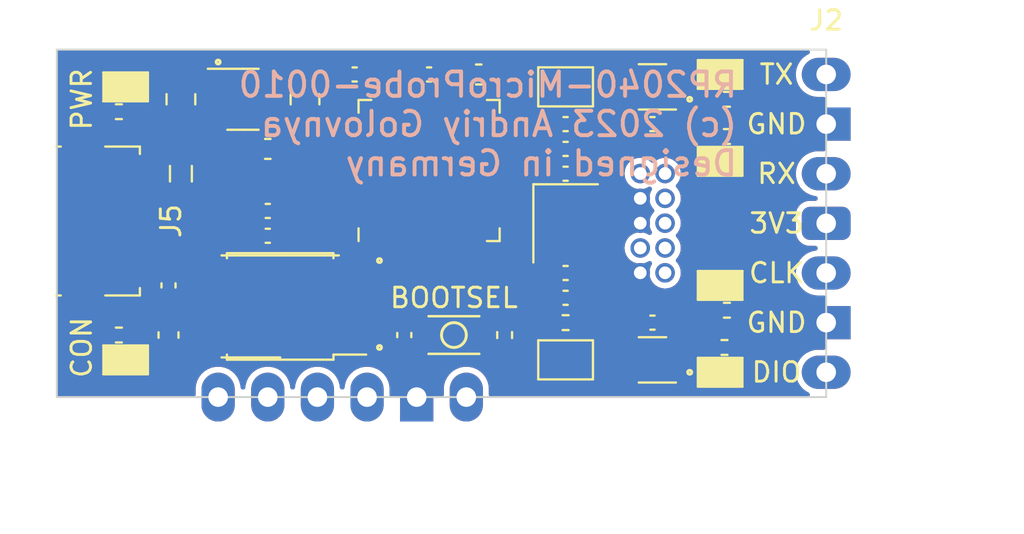
<source format=kicad_pcb>
(kicad_pcb (version 20221018) (generator pcbnew)
  (title_block (title "RP2040-MicroProbe-0010") (date "2023-12-18") (rev "1.0") (company "(c) 2023 Andriy Golovnya") (comment 1 "RP2040 based Micro Debug Probe") (comment 2 "Designed in Germany"))
  (layers (0 "F.Cu" signal) (1 "In1.Cu" power) (2 "In2.Cu" mixed) (31 "B.Cu" signal) (34 "B.Paste" user) (35 "F.Paste" user) (36 "B.SilkS" user "B.Silkscreen") (37 "F.SilkS" user "F.Silkscreen") (38 "B.Mask" user) (39 "F.Mask" user) (44 "Edge.Cuts" user))
  (net 0 "")
  (net 1 "+3V3")
  (net 2 "GND")
  (net 3 "+1V1")
  (net 4 "VUSB")
  (net 5 "XIN")
  (net 6 "XOUT")
  (net 7 "Net-(D1-A)")
  (net 8 "Net-(D2-A)")
  (net 9 "USB_DP")
  (net 10 "USB_DN")
  (net 11 "VBUS")
  (net 12 "Net-(D4-A)")
  (net 13 "Net-(D5-A)")
  (net 14 "Net-(D6-A)")
  (net 15 "Net-(D7-A)")
  (net 16 "TARGET_TX")
  (net 17 "TARGET_RX")
  (net 18 "TARGET_3V3")
  (net 22 "TARGET_RESET")
  (net 23 "LED_RX")
  (net 24 "LED_TX")
  (net 25 "LED_ACT")
  (net 26 "LED_CON")
  (net 27 "LED_RUN")
  (net 28 "Net-(R7-Pad1)")
  (net 29 "DBG_DIO")
  (net 30 "DBG_CLK")
  (net 31 "QSPI_SS")
  (net 32 "QSPI_SD1")
  (net 33 "QSPI_SD2")
  (net 34 "QSPI_SD0")
  (net 35 "QSPI_SCLK")
  (net 36 "QSPI_SD3")
  (net 38 "UART_RX_BUF")
  (net 41 "DBG_DIO_BUF")
  (net 55 "DBG_RESET")
  (net 56 "HOST_DIO")
  (net 57 "HOST_CLK")
  (net 58 "HOST_RESET")
  (net 59 "HOST_TX")
  (net 60 "HOST_RX")
  (footprint "LED_SMD:LED_0603_1608Metric" (layer "F.Cu") (at 161.29 115.57)
    (fp_text reference "D7" hide)
    (fp_text value "YELLOW")
    (fp_line (start -1.485 -0.735) (end -1.485 0.735) (stroke (width 0.12)) (layer "F.SilkS"))
    (fp_line (start -1.485 0.735) (end 0.8 0.735) (stroke (width 0.12)) (layer "F.SilkS"))
    (fp_line (start 0.8 -0.735) (end -1.485 -0.735) (stroke (width 0.12)) (layer "F.SilkS"))
    (fp_rect (start -1.485 -0.735) (end 0.8 0.735) (stroke (width 0.1)) (fill solid) (layer "F.SilkS"))
    (pad "1" smd roundrect (at -0.7875 0) (size 0.875 0.95) (layers "F.Cu" "F.Paste" "F.Mask") (net 2 "GND"))
    (pad "2" smd roundrect (at 0.7875 0) (size 0.875 0.95) (layers "F.Cu" "F.Paste" "F.Mask") (net 15 "Net-(D7-A)"))
  )
  (footprint "Capacitor_SMD:C_0402_1005Metric" (layer "F.Cu") (at 146.05 100.33 180)
    (fp_text reference "C4" hide)
    (fp_text value "100nF")
    (fp_line (start -0.107836 -0.36) (end 0.107836 -0.36) (stroke (width 0.12)) (layer "F.SilkS"))
    (fp_line (start -0.107836 0.36) (end 0.107836 0.36) (stroke (width 0.12)) (layer "F.SilkS"))
    (pad "1" smd roundrect (at -0.48 0 180) (size 0.56 0.62) (layers "F.Cu" "F.Paste" "F.Mask") (net 1 "+3V3"))
    (pad "2" smd roundrect (at 0.48 0 180) (size 0.56 0.62) (layers "F.Cu" "F.Paste" "F.Mask") (net 2 "GND"))
  )
  (footprint "Capacitor_SMD:C_0603_1608Metric" (layer "F.Cu") (at 137.795 104.14 180)
    (fp_text reference "C5" hide)
    (fp_text value "2.2uF")
    (fp_line (start -0.14058 -0.51) (end 0.14058 -0.51) (stroke (width 0.12)) (layer "F.SilkS"))
    (fp_line (start -0.14058 0.51) (end 0.14058 0.51) (stroke (width 0.12)) (layer "F.SilkS"))
    (pad "1" smd roundrect (at -0.775 0 180) (size 0.9 0.95) (layers "F.Cu" "F.Paste" "F.Mask") (net 3 "+1V1"))
    (pad "2" smd roundrect (at 0.775 0 180) (size 0.9 0.95) (layers "F.Cu" "F.Paste" "F.Mask") (net 2 "GND"))
  )
  (footprint "Capacitor_SMD:C_0402_1005Metric" (layer "F.Cu") (at 153.035 104.14)
    (fp_text reference "C11" hide)
    (fp_text value "100nF")
    (fp_line (start -0.107836 -0.36) (end 0.107836 -0.36) (stroke (width 0.12)) (layer "F.SilkS"))
    (fp_line (start -0.107836 0.36) (end 0.107836 0.36) (stroke (width 0.12)) (layer "F.SilkS"))
    (pad "1" smd roundrect (at -0.48 0) (size 0.56 0.62) (layers "F.Cu" "F.Paste" "F.Mask") (net 1 "+3V3"))
    (pad "2" smd roundrect (at 0.48 0) (size 0.56 0.62) (layers "F.Cu" "F.Paste" "F.Mask") (net 2 "GND"))
  )
  (footprint "Inductor_SMD:L_0805_2012Metric" (layer "F.Cu") (at 133.35 105.41 90)
    (fp_text reference "FB2" hide)
    (fp_text value "100@100MHz")
    (fp_line (start -0.399622 -0.56) (end 0.399622 -0.56) (stroke (width 0.12)) (layer "F.SilkS"))
    (fp_line (start -0.399622 0.56) (end 0.399622 0.56) (stroke (width 0.12)) (layer "F.SilkS"))
    (pad "1" smd roundrect (at -1.0625 0 90) (size 0.875 1.2) (layers "F.Cu" "F.Paste" "F.Mask") (net 11 "VBUS"))
    (pad "2" smd roundrect (at 1.0625 0 90) (size 0.875 1.2) (layers "F.Cu" "F.Paste" "F.Mask") (net 4 "VUSB"))
  )
  (footprint "Package_TO_SOT_SMD:SOT-353_SC-70-5" (layer "F.Cu") (at 157.48 100.965 180)
    (fp_text reference "U3" hide)
    (fp_text value "74AUP1T17")
    (fp_line (start -0.7 1.16) (end 0.7 1.16) (stroke (width 0.12)) (layer "F.SilkS"))
    (fp_line (start 0.7 -1.16) (end -1.2 -1.16) (stroke (width 0.12)) (layer "F.SilkS"))
    (pad "1" smd rect (at -0.95 -0.65 180) (size 0.65 0.4) (layers "F.Cu" "F.Paste" "F.Mask"))
    (pad "2" smd rect (at -0.95 0 180) (size 0.65 0.4) (layers "F.Cu" "F.Paste" "F.Mask") (net 17 "TARGET_RX"))
    (pad "3" smd rect (at -0.95 0.65 180) (size 0.65 0.4) (layers "F.Cu" "F.Paste" "F.Mask") (net 2 "GND"))
    (pad "4" smd rect (at 0.95 0.65 180) (size 0.65 0.4) (layers "F.Cu" "F.Paste" "F.Mask") (net 38 "UART_RX_BUF"))
    (pad "5" smd rect (at 0.95 -0.65 180) (size 0.65 0.4) (layers "F.Cu" "F.Paste" "F.Mask") (net 1 "+3V3"))
  )
  (footprint "Capacitor_SMD:C_0402_1005Metric" (layer "F.Cu") (at 137.795 108.585 180)
    (fp_text reference "C9" hide)
    (fp_text value "100nF")
    (fp_line (start -0.107836 -0.36) (end 0.107836 -0.36) (stroke (width 0.12)) (layer "F.SilkS"))
    (fp_line (start -0.107836 0.36) (end 0.107836 0.36) (stroke (width 0.12)) (layer "F.SilkS"))
    (pad "1" smd roundrect (at -0.48 0 180) (size 0.56 0.62) (layers "F.Cu" "F.Paste" "F.Mask") (net 3 "+1V1"))
    (pad "2" smd roundrect (at 0.48 0 180) (size 0.56 0.62) (layers "F.Cu" "F.Paste" "F.Mask") (net 2 "GND"))
  )
  (footprint "Package_TO_SOT_SMD:SOT-353_SC-70-5" (layer "F.Cu") (at 157.48 114.935 180)
    (fp_text reference "U6" hide)
    (fp_text value "74AUP1T17")
    (fp_line (start -0.7 1.16) (end 0.7 1.16) (stroke (width 0.12)) (layer "F.SilkS"))
    (fp_line (start 0.7 -1.16) (end -1.2 -1.16) (stroke (width 0.12)) (layer "F.SilkS"))
    (pad "1" smd rect (at -0.95 -0.65 180) (size 0.65 0.4) (layers "F.Cu" "F.Paste" "F.Mask"))
    (pad "2" smd rect (at -0.95 0 180) (size 0.65 0.4) (layers "F.Cu" "F.Paste" "F.Mask") (net 29 "DBG_DIO"))
    (pad "3" smd rect (at -0.95 0.65 180) (size 0.65 0.4) (layers "F.Cu" "F.Paste" "F.Mask") (net 2 "GND"))
    (pad "4" smd rect (at 0.95 0.65 180) (size 0.65 0.4) (layers "F.Cu" "F.Paste" "F.Mask") (net 41 "DBG_DIO_BUF"))
    (pad "5" smd rect (at 0.95 -0.65 180) (size 0.65 0.4) (layers "F.Cu" "F.Paste" "F.Mask") (net 1 "+3V3"))
  )
  (footprint "LED_SMD:LED_0603_1608Metric" (layer "F.Cu") (at 130.175 100.965 180)
    (fp_text reference "D2" hide)
    (fp_text value "RED")
    (fp_line (start -1.485 -0.735) (end -1.485 0.735) (stroke (width 0.12)) (layer "F.SilkS"))
    (fp_line (start -1.485 0.735) (end 0.8 0.735) (stroke (width 0.12)) (layer "F.SilkS"))
    (fp_line (start 0.8 -0.735) (end -1.485 -0.735) (stroke (width 0.12)) (layer "F.SilkS"))
    (fp_rect (start -1.485 -0.735) (end 0.8 0.735) (stroke (width 0.1)) (fill solid) (layer "F.SilkS"))
    (pad "1" smd roundrect (at -0.7875 0 180) (size 0.875 0.95) (layers "F.Cu" "F.Paste" "F.Mask") (net 2 "GND"))
    (pad "2" smd roundrect (at 0.7875 0 180) (size 0.875 0.95) (layers "F.Cu" "F.Paste" "F.Mask") (net 8 "Net-(D2-A)"))
  )
  (footprint "Capacitor_SMD:C_0402_1005Metric" (layer "F.Cu") (at 157.48 102.87)
    (fp_text reference "C17" hide)
    (fp_text value "100nF")
    (fp_line (start -0.107836 -0.36) (end 0.107836 -0.36) (stroke (width 0.12)) (layer "F.SilkS"))
    (fp_line (start -0.107836 0.36) (end 0.107836 0.36) (stroke (width 0.12)) (layer "F.SilkS"))
    (pad "1" smd roundrect (at -0.48 0) (size 0.56 0.62) (layers "F.Cu" "F.Paste" "F.Mask") (net 1 "+3V3"))
    (pad "2" smd roundrect (at 0.48 0) (size 0.56 0.62) (layers "F.Cu" "F.Paste" "F.Mask") (net 2 "GND"))
  )
  (footprint "Connector_PinHeader_2.54mm:PinHeader_1x06_P2.54mm_Vertical" (layer "F.Cu") (at 147.955 116.84 -90)
    (fp_text reference "J1" hide)
    (fp_text value "CONN_MCU_DEBUG")
    (pad "1" thru_hole oval (at 0 0 270) (size 2.5 1.7) (drill 1) (layers "*.Cu" "*.Mask") (net 59 "HOST_TX"))
    (pad "2" thru_hole trapezoid (at 0 2.54 270) (size 2.5 1.7) (drill 1) (layers "*.Cu" "*.Mask") (net 2 "GND"))
    (pad "3" thru_hole oval (at 0 5.08 270) (size 2.5 1.7) (drill 1) (layers "*.Cu" "*.Mask") (net 60 "HOST_RX"))
    (pad "4" thru_hole oval (at 0 7.62 270) (size 2.5 1.7) (drill 1) (layers "*.Cu" "*.Mask") (net 58 "HOST_RESET"))
    (pad "5" thru_hole oval (at 0 10.16 270) (size 2.5 1.7) (drill 1) (layers "*.Cu" "*.Mask") (net 57 "HOST_CLK"))
    (pad "6" thru_hole oval (at 0 12.7 270) (size 2.5 1.7) (drill 1) (layers "*.Cu" "*.Mask") (net 56 "HOST_DIO"))
  )
  (footprint "Capacitor_SMD:C_0603_1608Metric" (layer "F.Cu") (at 148.59 100.33)
    (fp_text reference "C1" hide)
    (fp_text value "2.2uF")
    (fp_line (start -0.14058 -0.51) (end 0.14058 -0.51) (stroke (width 0.12)) (layer "F.SilkS"))
    (fp_line (start -0.14058 0.51) (end 0.14058 0.51) (stroke (width 0.12)) (layer "F.SilkS"))
    (pad "1" smd roundrect (at -0.775 0) (size 0.9 0.95) (layers "F.Cu" "F.Paste" "F.Mask") (net 1 "+3V3"))
    (pad "2" smd roundrect (at 0.775 0) (size 0.9 0.95) (layers "F.Cu" "F.Paste" "F.Mask") (net 2 "GND"))
  )
  (footprint "Connector_USB:USB_Micro-B_Molex_47346-0001" (layer "F.Cu") (at 129.54 107.83 -90)
    (fp_text reference "J5" (at 0 -3.3 90) (layer "F.SilkS"))
    (fp_text value "USB_B_Micro")
    (fp_line (start -3.81 -1.71) (end -3.43 -1.71) (stroke (width 0.12)) (layer "F.SilkS"))
    (fp_line (start -3.81 0.06) (end -3.81 -1.71) (stroke (width 0.12)) (layer "F.SilkS"))
    (fp_line (start -3.81 2.6) (end -3.81 2.34) (stroke (width 0.12)) (layer "F.SilkS"))
    (fp_line (start 3.81 -1.71) (end 3.43 -1.71) (stroke (width 0.12)) (layer "F.SilkS"))
    (fp_line (start 3.81 -1.71) (end 3.81 0.06) (stroke (width 0.12)) (layer "F.SilkS"))
    (fp_line (start 3.81 2.34) (end 3.81 2.6) (stroke (width 0.12)) (layer "F.SilkS"))
    (pad "1" smd rect (at -1.3 -1.46 270) (size 0.45 1.38) (layers "F.Cu" "F.Paste" "F.Mask") (net 11 "VBUS"))
    (pad "2" smd rect (at -0.65 -1.46 270) (size 0.45 1.38) (layers "F.Cu" "F.Paste" "F.Mask") (net 10 "USB_DN"))
    (pad "3" smd rect (at 0 -1.46 270) (size 0.45 1.38) (layers "F.Cu" "F.Paste" "F.Mask") (net 9 "USB_DP"))
    (pad "4" smd rect (at 0.65 -1.46 270) (size 0.45 1.38) (layers "F.Cu" "F.Paste" "F.Mask"))
    (pad "5" smd rect (at 1.3 -1.46 270) (size 0.45 1.38) (layers "F.Cu" "F.Paste" "F.Mask") (net 2 "GND"))
    (pad "6" smd rect (at -3.375 1.2 270) (size 1.65 1.3) (layers "F.Cu" "F.Paste" "F.Mask"))
    (pad "6" smd rect (at -2.4875 -1.375 270) (size 1.425 1.55) (layers "F.Cu" "F.Paste" "F.Mask"))
    (pad "6" smd rect (at -1.15 1.2 270) (size 1.8 1.9) (layers "F.Cu" "F.Paste" "F.Mask"))
    (pad "6" smd rect (at 1.55 1.2 270) (size 1 1.9) (layers "F.Cu" "F.Paste" "F.Mask"))
    (pad "6" smd rect (at 2.4875 -1.375 270) (size 1.425 1.55) (layers "F.Cu" "F.Paste" "F.Mask"))
    (pad "6" smd rect (at 3.375 1.2 270) (size 1.65 1.3) (layers "F.Cu" "F.Paste" "F.Mask"))
  )
  (footprint "Capacitor_SMD:C_0402_1005Metric" (layer "F.Cu") (at 153.035 105.41)
    (fp_text reference "C20" hide)
    (fp_text value "12pF")
    (fp_line (start -0.107836 -0.36) (end 0.107836 -0.36) (stroke (width 0.12)) (layer "F.SilkS"))
    (fp_line (start -0.107836 0.36) (end 0.107836 0.36) (stroke (width 0.12)) (layer "F.SilkS"))
    (pad "1" smd roundrect (at -0.48 0) (size 0.56 0.62) (layers "F.Cu" "F.Paste" "F.Mask") (net 6 "XOUT"))
    (pad "2" smd roundrect (at 0.48 0) (size 0.56 0.62) (layers "F.Cu" "F.Paste" "F.Mask") (net 2 "GND"))
  )
  (footprint "Jumper:SolderJumper-2_P1.3mm_Open_TrianglePad1.0x1.5mm" (layer "F.Cu") (at 153.035 100.965 180)
    (fp_text reference "JP1" hide)
    (fp_text value "SJ_JTAG_3V3")
    (fp_line (start -1.4 -1) (end 1.4 -1) (stroke (width 0.12)) (layer "F.SilkS"))
    (fp_line (start -1.4 1) (end -1.4 -1) (stroke (width 0.12)) (layer "F.SilkS"))
    (fp_line (start 1.4 -1) (end 1.4 1) (stroke (width 0.12)) (layer "F.SilkS"))
    (fp_line (start 1.4 1) (end -1.4 1) (stroke (width 0.12)) (layer "F.SilkS"))
    (pad "1" smd custom (at -0.725 0 180) (size 0.3 0.3) (layers "F.Cu" "F.Mask") (net 18 "TARGET_3V3") (options (clearance outline) (anchor rect)) (primitives (gr_poly (pts (xy 1 0) (xy 0.5 0.75) (xy -0.5 0.75) (xy -0.5 -0.75) (xy 0.5 -0.75)) (width 0) (fill yes))))
    (pad "2" smd custom (at 0.725 0 180) (size 0.3 0.3) (layers "F.Cu" "F.Mask") (net 1 "+3V3") (options (clearance outline) (anchor rect)) (primitives (gr_poly (pts (xy 0.5 0.75) (xy -0.65 0.75) (xy -0.15 0) (xy -0.65 -0.75) (xy 0.5 -0.75)) (width 0) (fill yes))))
  )
  (footprint "Package_DFN_QFN:QFN-56-1EP_7x7mm_P0.4mm_EP3.2x3.2mm" (layer "F.Cu") (at 146.05 105.245 90)
    (fp_text reference "U2" hide)
    (fp_text value "RP2040")
    (fp_line (start -3.61 3.61) (end -3.61 2.96) (stroke (width 0.12)) (layer "F.SilkS"))
    (fp_line (start -2.96 -3.61) (end -3.61 -3.61) (stroke (width 0.12)) (layer "F.SilkS"))
    (fp_line (start -2.96 3.61) (end -3.61 3.61) (stroke (width 0.12)) (layer "F.SilkS"))
    (fp_line (start 2.96 -3.61) (end 3.61 -3.61) (stroke (width 0.12)) (layer "F.SilkS"))
    (fp_line (start 2.96 3.61) (end 3.61 3.61) (stroke (width 0.12)) (layer "F.SilkS"))
    (fp_line (start 3.61 -3.61) (end 3.61 -2.96) (stroke (width 0.12)) (layer "F.SilkS"))
    (fp_line (start 3.61 3.61) (end 3.61 2.96) (stroke (width 0.12)) (layer "F.SilkS"))
    (pad "1" smd roundrect (at -3.4375 -2.6 90) (size 0.875 0.2) (layers "F.Cu" "F.Paste" "F.Mask") (net 1 "+3V3"))
    (pad "2" smd roundrect (at -3.4375 -2.2 90) (size 0.875 0.2) (layers "F.Cu" "F.Paste" "F.Mask") (net 59 "HOST_TX"))
    (pad "3" smd roundrect (at -3.4375 -1.8 90) (size 0.875 0.2) (layers "F.Cu" "F.Paste" "F.Mask") (net 60 "HOST_RX"))
    (pad "4" smd roundrect (at -3.4375 -1.4 90) (size 0.875 0.2) (layers "F.Cu" "F.Paste" "F.Mask") (net 25 "LED_ACT"))
    (pad "5" smd roundrect (at -3.4375 -1 90) (size 0.875 0.2) (layers "F.Cu" "F.Paste" "F.Mask"))
    (pad "6" smd roundrect (at -3.4375 -0.6 90) (size 0.875 0.2) (layers "F.Cu" "F.Paste" "F.Mask") (net 16 "TARGET_TX"))
    (pad "7" smd roundrect (at -3.4375 -0.2 90) (size 0.875 0.2) (layers "F.Cu" "F.Paste" "F.Mask") (net 38 "UART_RX_BUF"))
    (pad "8" smd roundrect (at -3.4375 0.2 90) (size 0.875 0.2) (layers "F.Cu" "F.Paste" "F.Mask") (net 17 "TARGET_RX"))
    (pad "9" smd roundrect (at -3.4375 0.6 90) (size 0.875 0.2) (layers "F.Cu" "F.Paste" "F.Mask") (net 23 "LED_RX"))
    (pad "10" smd roundrect (at -3.4375 1 90) (size 0.875 0.2) (layers "F.Cu" "F.Paste" "F.Mask") (net 1 "+3V3"))
    (pad "11" smd roundrect (at -3.4375 1.4 90) (size 0.875 0.2) (layers "F.Cu" "F.Paste" "F.Mask") (net 24 "LED_TX"))
    (pad "12" smd roundrect (at -3.4375 1.8 90) (size 0.875 0.2) (layers "F.Cu" "F.Paste" "F.Mask"))
    (pad "13" smd roundrect (at -3.4375 2.2 90) (size 0.875 0.2) (layers "F.Cu" "F.Paste" "F.Mask") (net 55 "DBG_RESET"))
    (pad "14" smd roundrect (at -3.4375 2.6 90) (size 0.875 0.2) (layers "F.Cu" "F.Paste" "F.Mask"))
    (pad "15" smd roundrect (at -2.6 3.4375 90) (size 0.2 0.875) (layers "F.Cu" "F.Paste" "F.Mask") (net 30 "DBG_CLK"))
    (pad "16" smd roundrect (at -2.2 3.4375 90) (size 0.2 0.875) (layers "F.Cu" "F.Paste" "F.Mask") (net 41 "DBG_DIO_BUF"))
    (pad "17" smd roundrect (at -1.8 3.4375 90) (size 0.2 0.875) (layers "F.Cu" "F.Paste" "F.Mask") (net 29 "DBG_DIO"))
    (pad "18" smd roundrect (at -1.4 3.4375 90) (size 0.2 0.875) (layers "F.Cu" "F.Paste" "F.Mask") (net 26 "LED_CON"))
    (pad "19" smd roundrect (at -1 3.4375 90) (size 0.2 0.875) (layers "F.Cu" "F.Paste" "F.Mask") (net 2 "GND"))
    (pad "20" smd roundrect (at -0.6 3.4375 90) (size 0.2 0.875) (layers "F.Cu" "F.Paste" "F.Mask") (net 5 "XIN"))
    (pad "21" smd roundrect (at -0.2 3.4375 90) (size 0.2 0.875) (layers "F.Cu" "F.Paste" "F.Mask") (net 6 "XOUT"))
    (pad "22" smd roundrect (at 0.2 3.4375 90) (size 0.2 0.875) (layers "F.Cu" "F.Paste" "F.Mask") (net 1 "+3V3"))
    (pad "23" smd roundrect (at 0.6 3.4375 90) (size 0.2 0.875) (layers "F.Cu" "F.Paste" "F.Mask") (net 3 "+1V1"))
    (pad "24" smd roundrect (at 1 3.4375 90) (size 0.2 0.875) (layers "F.Cu" "F.Paste" "F.Mask") (net 57 "HOST_CLK"))
    (pad "25" smd roundrect (at 1.4 3.4375 90) (size 0.2 0.875) (layers "F.Cu" "F.Paste" "F.Mask") (net 56 "HOST_DIO"))
    (pad "26" smd roundrect (at 1.8 3.4375 90) (size 0.2 0.875) (layers "F.Cu" "F.Paste" "F.Mask") (net 58 "HOST_RESET"))
    (pad "27" smd roundrect (at 2.2 3.4375 90) (size 0.2 0.875) (layers "F.Cu" "F.Paste" "F.Mask") (net 27 "LED_RUN"))
    (pad "28" smd roundrect (at 2.6 3.4375 90) (size 0.2 0.875) (layers "F.Cu" "F.Paste" "F.Mask"))
    (pad "29" smd roundrect (at 3.4375 2.6 90) (size 0.875 0.2) (layers "F.Cu" "F.Paste" "F.Mask"))
    (pad "30" smd roundrect (at 3.4375 2.2 90) (size 0.875 0.2) (layers "F.Cu" "F.Paste" "F.Mask"))
    (pad "31" smd roundrect (at 3.4375 1.8 90) (size 0.875 0.2) (layers "F.Cu" "F.Paste" "F.Mask"))
    (pad "32" smd roundrect (at 3.4375 1.4 90) (size 0.875 0.2) (layers "F.Cu" "F.Paste" "F.Mask"))
    (pad "33" smd roundrect (at 3.4375 1 90) (size 0.875 0.2) (layers "F.Cu" "F.Paste" "F.Mask") (net 1 "+3V3"))
    (pad "34" smd roundrect (at 3.4375 0.6 90) (size 0.875 0.2) (layers "F.Cu" "F.Paste" "F.Mask"))
    (pad "35" smd roundrect (at 3.4375 0.2 90) (size 0.875 0.2) (layers "F.Cu" "F.Paste" "F.Mask"))
    (pad "36" smd roundrect (at 3.4375 -0.2 90) (size 0.875 0.2) (layers "F.Cu" "F.Paste" "F.Mask"))
    (pad "37" smd roundrect (at 3.4375 -0.6 90) (size 0.875 0.2) (layers "F.Cu" "F.Paste" "F.Mask"))
    (pad "38" smd roundrect (at 3.4375 -1 90) (size 0.875 0.2) (layers "F.Cu" "F.Paste" "F.Mask"))
    (pad "39" smd roundrect (at 3.4375 -1.4 90) (size 0.875 0.2) (layers "F.Cu" "F.Paste" "F.Mask"))
    (pad "40" smd roundrect (at 3.4375 -1.8 90) (size 0.875 0.2) (layers "F.Cu" "F.Paste" "F.Mask"))
    (pad "41" smd roundrect (at 3.4375 -2.2 90) (size 0.875 0.2) (layers "F.Cu" "F.Paste" "F.Mask"))
    (pad "42" smd roundrect (at 3.4375 -2.6 90) (size 0.875 0.2) (layers "F.Cu" "F.Paste" "F.Mask") (net 1 "+3V3"))
    (pad "43" smd roundrect (at 2.6 -3.4375 90) (size 0.2 0.875) (layers "F.Cu" "F.Paste" "F.Mask") (net 1 "+3V3"))
    (pad "44" smd roundrect (at 2.2 -3.4375 90) (size 0.2 0.875) (layers "F.Cu" "F.Paste" "F.Mask") (net 1 "+3V3"))
    (pad "45" smd roundrect (at 1.8 -3.4375 90) (size 0.2 0.875) (layers "F.Cu" "F.Paste" "F.Mask") (net 3 "+1V1"))
    (pad "46" smd roundrect (at 1.4 -3.4375 90) (size 0.2 0.875) (layers "F.Cu" "F.Paste" "F.Mask") (net 10 "USB_DN"))
    (pad "47" smd roundrect (at 1 -3.4375 90) (size 0.2 0.875) (layers "F.Cu" "F.Paste" "F.Mask") (net 9 "USB_DP"))
    (pad "48" smd roundrect (at 0.6 -3.4375 90) (size 0.2 0.875) (layers "F.Cu" "F.Paste" "F.Mask") (net 1 "+3V3"))
    (pad "49" smd roundrect (at 0.2 -3.4375 90) (size 0.2 0.875) (layers "F.Cu" "F.Paste" "F.Mask") (net 1 "+3V3"))
    (pad "50" smd roundrect (at -0.2 -3.4375 90) (size 0.2 0.875) (layers "F.Cu" "F.Paste" "F.Mask") (net 3 "+1V1"))
    (pad "51" smd roundrect (at -0.6 -3.4375 90) (size 0.2 0.875) (layers "F.Cu" "F.Paste" "F.Mask") (net 36 "QSPI_SD3"))
    (pad "52" smd roundrect (at -1 -3.4375 90) (size 0.2 0.875) (layers "F.Cu" "F.Paste" "F.Mask") (net 35 "QSPI_SCLK"))
    (pad "53" smd roundrect (at -1.4 -3.4375 90) (size 0.2 0.875) (layers "F.Cu" "F.Paste" "F.Mask") (net 34 "QSPI_SD0"))
    (pad "54" smd roundrect (at -1.8 -3.4375 90) (size 0.2 0.875) (layers "F.Cu" "F.Paste" "F.Mask") (net 33 "QSPI_SD2"))
    (pad "55" smd roundrect (at -2.2 -3.4375 90) (size 0.2 0.875) (layers "F.Cu" "F.Paste" "F.Mask") (net 32 "QSPI_SD1"))
    (pad "56" smd roundrect (at -2.6 -3.4375 90) (size 0.2 0.875) (layers "F.Cu" "F.Paste" "F.Mask") (net 31 "QSPI_SS"))
    (pad "57" smd rect (at 0 0 90) (size 3.2 3.2) (layers "F.Cu" "F.Mask") (net 2 "GND"))
  )
  (footprint "Resistor_SMD:R_0402_1005Metric" (layer "F.Cu") (at 130.175 113.665 180)
    (fp_text reference "R3" hide)
    (fp_text value "1k")
    (fp_line (start -0.153641 -0.38) (end 0.153641 -0.38) (stroke (width 0.12)) (layer "F.SilkS"))
    (fp_line (start -0.153641 0.38) (end 0.153641 0.38) (stroke (width 0.12)) (layer "F.SilkS"))
    (pad "1" smd roundrect (at -0.51 0 180) (size 0.54 0.64) (layers "F.Cu" "F.Paste" "F.Mask") (net 25 "LED_ACT"))
    (pad "2" smd roundrect (at 0.51 0 180) (size 0.54 0.64) (layers "F.Cu" "F.Paste" "F.Mask") (net 13 "Net-(D5-A)"))
  )
  (footprint "Capacitor_SMD:C_0402_1005Metric" (layer "F.Cu") (at 153.035 111.76)
    (fp_text reference "C12" hide)
    (fp_text value "100nF")
    (fp_line (start -0.107836 -0.36) (end 0.107836 -0.36) (stroke (width 0.12)) (layer "F.SilkS"))
    (fp_line (start -0.107836 0.36) (end 0.107836 0.36) (stroke (width 0.12)) (layer "F.SilkS"))
    (pad "1" smd roundrect (at -0.48 0) (size 0.56 0.62) (layers "F.Cu" "F.Paste" "F.Mask") (net 58 "HOST_RESET"))
    (pad "2" smd roundrect (at 0.48 0) (size 0.56 0.62) (layers "F.Cu" "F.Paste" "F.Mask") (net 2 "GND"))
  )
  (footprint "Resistor_SMD:R_0402_1005Metric" (layer "F.Cu") (at 149.915 113.665 90)
    (fp_text reference "R7" hide)
    (fp_text value "1k")
    (fp_line (start -0.153641 -0.38) (end 0.153641 -0.38) (stroke (width 0.12)) (layer "F.SilkS"))
    (fp_line (start -0.153641 0.38) (end 0.153641 0.38) (stroke (width 0.12)) (layer "F.SilkS"))
    (pad "1" smd roundrect (at -0.51 0 90) (size 0.54 0.64) (layers "F.Cu" "F.Paste" "F.Mask") (net 28 "Net-(R7-Pad1)"))
    (pad "2" smd roundrect (at 0.51 0 90) (size 0.54 0.64) (layers "F.Cu" "F.Paste" "F.Mask") (net 2 "GND"))
  )
  (footprint "Capacitor_SMD:C_0402_1005Metric" (layer "F.Cu") (at 153.035 110.49 180)
    (fp_text reference "C19" hide)
    (fp_text value "12pF")
    (fp_line (start -0.107836 -0.36) (end 0.107836 -0.36) (stroke (width 0.12)) (layer "F.SilkS"))
    (fp_line (start -0.107836 0.36) (end 0.107836 0.36) (stroke (width 0.12)) (layer "F.SilkS"))
    (pad "1" smd roundrect (at -0.48 0 180) (size 0.56 0.62) (layers "F.Cu" "F.Paste" "F.Mask") (net 5 "XIN"))
    (pad "2" smd roundrect (at 0.48 0 180) (size 0.56 0.62) (layers "F.Cu" "F.Paste" "F.Mask") (net 2 "GND"))
  )
  (footprint "Capacitor_SMD:C_0402_1005Metric" (layer "F.Cu") (at 157.48 113.03)
    (fp_text reference "C13" hide)
    (fp_text value "100nF")
    (fp_line (start -0.107836 -0.36) (end 0.107836 -0.36) (stroke (width 0.12)) (layer "F.SilkS"))
    (fp_line (start -0.107836 0.36) (end 0.107836 0.36) (stroke (width 0.12)) (layer "F.SilkS"))
    (pad "1" smd roundrect (at -0.48 0) (size 0.56 0.62) (layers "F.Cu" "F.Paste" "F.Mask") (net 1 "+3V3"))
    (pad "2" smd roundrect (at 0.48 0) (size 0.56 0.62) (layers "F.Cu" "F.Paste" "F.Mask") (net 2 "GND"))
  )
  (footprint "Capacitor_SMD:C_0805_2012Metric" (layer "F.Cu") (at 139.7 101.6 90)
    (fp_text reference "C14" hide)
    (fp_text value "10uF")
    (fp_line (start -0.261252 -0.735) (end 0.261252 -0.735) (stroke (width 0.12)) (layer "F.SilkS"))
    (fp_line (start -0.261252 0.735) (end 0.261252 0.735) (stroke (width 0.12)) (layer "F.SilkS"))
    (pad "1" smd roundrect (at -0.95 0 90) (size 1 1.45) (layers "F.Cu" "F.Paste" "F.Mask") (net 1 "+3V3"))
    (pad "2" smd roundrect (at 0.95 0 90) (size 1 1.45) (layers "F.Cu" "F.Paste" "F.Mask") (net 2 "GND"))
  )
  (footprint "Resistor_SMD:R_0402_1005Metric" (layer "F.Cu") (at 161.165 114.3)
    (fp_text reference "R5" hide)
    (fp_text value "1k")
    (fp_line (start -0.153641 -0.38) (end 0.153641 -0.38) (stroke (width 0.12)) (layer "F.SilkS"))
    (fp_line (start -0.153641 0.38) (end 0.153641 0.38) (stroke (width 0.12)) (layer "F.SilkS"))
    (pad "1" smd roundrect (at -0.51 0) (size 0.54 0.64) (layers "F.Cu" "F.Paste" "F.Mask") (net 27 "LED_RUN"))
    (pad "2" smd roundrect (at 0.51 0) (size 0.54 0.64) (layers "F.Cu" "F.Paste" "F.Mask") (net 15 "Net-(D7-A)"))
  )
  (footprint "Connector_PinHeader_1.27mm:PinHeader_2x05_P1.27mm_Vertical" (layer "F.Cu") (at 156.855 105.4)
    (fp_text reference "J7" hide)
    (fp_text value "CONN_DBG_JTAG")
    (pad "1" thru_hole circle (at 0 0) (size 1 1) (drill 0.65) (layers "*.Cu" "*.Mask") (net 18 "TARGET_3V3"))
    (pad "2" thru_hole oval (at 1.27 0) (size 1 1) (drill 0.65) (layers "*.Cu" "*.Mask") (net 29 "DBG_DIO"))
    (pad "3" thru_hole oval (at 0 1.27) (size 1 1) (drill 0.65) (layers "*.Cu" "*.Mask") (net 2 "GND"))
    (pad "4" thru_hole oval (at 1.27 1.27) (size 1 1) (drill 0.65) (layers "*.Cu" "*.Mask") (net 30 "DBG_CLK"))
    (pad "5" thru_hole oval (at 0 2.54) (size 1 1) (drill 0.65) (layers "*.Cu" "*.Mask") (net 2 "GND"))
    (pad "6" thru_hole oval (at 1.27 2.54) (size 1 1) (drill 0.65) (layers "*.Cu" "*.Mask"))
    (pad "7" thru_hole oval (at 0 3.81) (size 1 1) (drill 0.65) (layers "*.Cu" "*.Mask"))
    (pad "8" thru_hole oval (at 1.27 3.81) (size 1 1) (drill 0.65) (layers "*.Cu" "*.Mask"))
    (pad "9" thru_hole oval (at 0 5.08) (size 1 1) (drill 0.65) (layers "*.Cu" "*.Mask") (net 2 "GND"))
    (pad "10" thru_hole oval (at 1.27 5.08) (size 1 1) (drill 0.65) (layers "*.Cu" "*.Mask") (net 22 "TARGET_RESET"))
  )
  (footprint "Capacitor_SMD:C_0402_1005Metric" (layer "F.Cu") (at 153.035 102.87)
    (fp_text reference "C18" hide)
    (fp_text value "100nF")
    (fp_line (start -0.107836 -0.36) (end 0.107836 -0.36) (stroke (width 0.12)) (layer "F.SilkS"))
    (fp_line (start -0.107836 0.36) (end 0.107836 0.36) (stroke (width 0.12)) (layer "F.SilkS"))
    (pad "1" smd roundrect (at -0.48 0) (size 0.56 0.62) (layers "F.Cu" "F.Paste" "F.Mask") (net 3 "+1V1"))
    (pad "2" smd roundrect (at 0.48 0) (size 0.56 0.62) (layers "F.Cu" "F.Paste" "F.Mask") (net 2 "GND"))
  )
  (footprint "Connector_PinSocket_2.54mm:PinSocket_1x07_P2.54mm_Vertical" (layer "F.Cu") (at 166.37 100.33)
    (fp_text reference "J2" (at 0 -2.77) (layer "F.SilkS"))
    (fp_text value "CONN_DBG_COMB")
    (pad "1" thru_hole oval (at 0 0) (size 2.5 1.7) (drill 1) (layers "*.Cu" "*.Mask") (net 16 "TARGET_TX"))
    (pad "2" thru_hole rect (at 0 2.54) (size 2.5 1.7) (drill 1) (layers "*.Cu" "*.Mask") (net 2 "GND"))
    (pad "3" thru_hole oval (at 0 5.08) (size 2.5 1.7) (drill 1) (layers "*.Cu" "*.Mask") (net 17 "TARGET_RX"))
    (pad "4" thru_hole roundrect (at 0 7.62) (size 2.5 1.7) (drill 1) (layers "*.Cu" "*.Mask") (net 1 "+3V3"))
    (pad "5" thru_hole oval (at 0 10.16) (size 2.5 1.7) (drill 1) (layers "*.Cu" "*.Mask") (net 30 "DBG_CLK"))
    (pad "6" thru_hole rect (at 0 12.7) (size 2.5 1.7) (drill 1) (layers "*.Cu" "*.Mask") (net 2 "GND"))
    (pad "7" thru_hole oval (at 0 15.24) (size 2.5 1.7) (drill 1) (layers "*.Cu" "*.Mask") (net 29 "DBG_DIO"))
  )
  (footprint "Resistor_SMD:R_0402_1005Metric" (layer "F.Cu") (at 161.29 103.505)
    (fp_text reference "R1" hide)
    (fp_text value "1k")
    (fp_line (start -0.153641 -0.38) (end 0.153641 -0.38) (stroke (width 0.12)) (layer "F.SilkS"))
    (fp_line (start -0.153641 0.38) (end 0.153641 0.38) (stroke (width 0.12)) (layer "F.SilkS"))
    (pad "1" smd roundrect (at -0.51 0) (size 0.54 0.64) (layers "F.Cu" "F.Paste" "F.Mask") (net 23 "LED_RX"))
    (pad "2" smd roundrect (at 0.51 0) (size 0.54 0.64) (layers "F.Cu" "F.Paste" "F.Mask") (net 7 "Net-(D1-A)"))
  )
  (footprint "Capacitor_SMD:C_0603_1608Metric" (layer "F.Cu") (at 132.715 113.665 -90)
    (fp_text reference "C16" hide)
    (fp_text value "2.2uF")
    (fp_line (start -0.14058 -0.51) (end 0.14058 -0.51) (stroke (width 0.12)) (layer "F.SilkS"))
    (fp_line (start -0.14058 0.51) (end 0.14058 0.51) (stroke (width 0.12)) (layer "F.SilkS"))
    (pad "1" smd roundrect (at -0.775 0 270) (size 0.9 0.95) (layers "F.Cu" "F.Paste" "F.Mask") (net 1 "+3V3"))
    (pad "2" smd roundrect (at 0.775 0 270) (size 0.9 0.95) (layers "F.Cu" "F.Paste" "F.Mask") (net 2 "GND"))
  )
  (footprint "Resistor_SMD:R_0402_1005Metric" (layer "F.Cu") (at 130.175 102.235 180)
    (fp_text reference "R6" hide)
    (fp_text value "1k")
    (fp_line (start -0.153641 -0.38) (end 0.153641 -0.38) (stroke (width 0.12)) (layer "F.SilkS"))
    (fp_line (start -0.153641 0.38) (end 0.153641 0.38) (stroke (width 0.12)) (layer "F.SilkS"))
    (pad "1" smd roundrect (at -0.51 0 180) (size 0.54 0.64) (layers "F.Cu" "F.Paste" "F.Mask") (net 1 "+3V3"))
    (pad "2" smd roundrect (at 0.51 0 180) (size 0.54 0.64) (layers "F.Cu" "F.Paste" "F.Mask") (net 8 "Net-(D2-A)"))
  )
  (footprint "lib:SW_EVPBB0AAB000" (layer "F.Cu") (at 147.32 113.665)
    (fp_text reference "S1" hide)
    (fp_text value "BOOTSEL")
    (fp_line (start -1.3 -0.9635) (end 1.3 -0.9635) (stroke (width 0.127)) (layer "F.SilkS"))
    (fp_line (start -1.3 0.9635) (end 1.3 0.9635) (stroke (width 0.127)) (layer "F.SilkS"))
    (pad "A1" smd rect (at -1.325 -0.375) (size 0.55 0.55) (layers "F.Cu" "F.Mask") (net 31 "QSPI_SS"))
    (pad "A2" smd rect (at -1.325 0.375) (size 0.55 0.55) (layers "F.Cu" "F.Mask") (net 31 "QSPI_SS"))
    (pad "B1" smd rect (at 1.325 -0.375) (size 0.55 0.55) (layers "F.Cu" "F.Mask") (net 28 "Net-(R7-Pad1)"))
    (pad "B2" smd rect (at 1.325 0.375) (size 0.55 0.55) (layers "F.Cu" "F.Mask") (net 28 "Net-(R7-Pad1)"))
    (zone (net 0) (net_name "") (layer "F.Cu") (connect_pads (clearance 0)) (min_thickness 0.01)
      (keepout (tracks not_allowed) (vias not_allowed) (pads not_allowed) (copperpour not_allowed) (footprints allowed))
      (fill (thermal_gap 0.508) (thermal_bridge_width 0.508))
      (polygon (pts (xy 146.31764 112.865) (xy 148.32 112.865) (xy 148.32 114.466888) (xy 146.31764 114.466888)))
    )
  )
  (footprint "Resistor_SMD:R_0402_1005Metric" (layer "F.Cu") (at 161.29 112.395)
    (fp_text reference "R4" hide)
    (fp_text value "1k")
    (fp_line (start -0.153641 -0.38) (end 0.153641 -0.38) (stroke (width 0.12)) (layer "F.SilkS"))
    (fp_line (start -0.153641 0.38) (end 0.153641 0.38) (stroke (width 0.12)) (layer "F.SilkS"))
    (pad "1" smd roundrect (at -0.51 0) (size 0.54 0.64) (layers "F.Cu" "F.Paste" "F.Mask") (net 26 "LED_CON"))
    (pad "2" smd roundrect (at 0.51 0) (size 0.54 0.64) (layers "F.Cu" "F.Paste" "F.Mask") (net 14 "Net-(D6-A)"))
  )
  (footprint "LED_SMD:LED_0603_1608Metric" (layer "F.Cu") (at 161.29 104.775)
    (fp_text reference "D1" hide)
    (fp_text value "GREEN")
    (fp_line (start -1.485 -0.735) (end -1.485 0.735) (stroke (width 0.12)) (layer "F.SilkS"))
    (fp_line (start -1.485 0.735) (end 0.8 0.735) (stroke (width 0.12)) (layer "F.SilkS"))
    (fp_line (start 0.8 -0.735) (end -1.485 -0.735) (stroke (width 0.12)) (layer "F.SilkS"))
    (fp_rect (start -1.485 -0.735) (end 0.8 0.735) (stroke (width 0.1)) (fill solid) (layer "F.SilkS"))
    (pad "1" smd roundrect (at -0.7875 0) (size 0.875 0.95) (layers "F.Cu" "F.Paste" "F.Mask") (net 2 "GND"))
    (pad "2" smd roundrect (at 0.7875 0) (size 0.875 0.95) (layers "F.Cu" "F.Paste" "F.Mask") (net 7 "Net-(D1-A)"))
  )
  (footprint "LED_SMD:LED_0603_1608Metric" (layer "F.Cu") (at 161.29 100.33)
    (fp_text reference "D4" hide)
    (fp_text value "YELLOW")
    (fp_line (start -1.485 -0.735) (end -1.485 0.735) (stroke (width 0.12)) (layer "F.SilkS"))
    (fp_line (start -1.485 0.735) (end 0.8 0.735) (stroke (width 0.12)) (layer "F.SilkS"))
    (fp_line (start 0.8 -0.735) (end -1.485 -0.735) (stroke (width 0.12)) (layer "F.SilkS"))
    (fp_rect (start -1.485 -0.735) (end 0.8 0.735) (stroke (width 0.1)) (fill solid) (layer "F.SilkS"))
    (pad "1" smd roundrect (at -0.7875 0) (size 0.875 0.95) (layers "F.Cu" "F.Paste" "F.Mask") (net 2 "GND"))
    (pad "2" smd roundrect (at 0.7875 0) (size 0.875 0.95) (layers "F.Cu" "F.Paste" "F.Mask") (net 12 "Net-(D4-A)"))
  )
  (footprint "LED_SMD:LED_0603_1608Metric" (layer "F.Cu") (at 130.175 114.935 180)
    (fp_text reference "D5" hide)
    (fp_text value "RED")
    (fp_line (start -1.485 -0.735) (end -1.485 0.735) (stroke (width 0.12)) (layer "F.SilkS"))
    (fp_line (start -1.485 0.735) (end 0.8 0.735) (stroke (width 0.12)) (layer "F.SilkS"))
    (fp_line (start 0.8 -0.735) (end -1.485 -0.735) (stroke (width 0.12)) (layer "F.SilkS"))
    (fp_rect (start -1.485 -0.735) (end 0.8 0.735) (stroke (width 0.1)) (fill solid) (layer "F.SilkS"))
    (pad "1" smd roundrect (at -0.7875 0 180) (size 0.875 0.95) (layers "F.Cu" "F.Paste" "F.Mask") (net 2 "GND"))
    (pad "2" smd roundrect (at 0.7875 0 180) (size 0.875 0.95) (layers "F.Cu" "F.Paste" "F.Mask") (net 13 "Net-(D5-A)"))
  )
  (footprint "Crystal:Crystal_SMD_3225-4Pin_3.2x2.5mm" (layer "F.Cu") (at 153.035 107.95 -90)
    (fp_text reference "Y1" hide)
    (fp_text value "12MHz")
    (fp_line (start -2 -1.65) (end -2 1.65) (stroke (width 0.12)) (layer "F.SilkS"))
    (fp_line (start -2 1.65) (end 2 1.65) (stroke (width 0.12)) (layer "F.SilkS"))
    (pad "1" smd rect (at -1.1 0.85 270) (size 1.4 1.2) (layers "F.Cu" "F.Paste" "F.Mask") (net 6 "XOUT"))
    (pad "2" smd rect (at 1.1 0.85 270) (size 1.4 1.2) (layers "F.Cu" "F.Paste" "F.Mask") (net 2 "GND"))
    (pad "3" smd rect (at 1.1 -0.85 270) (size 1.4 1.2) (layers "F.Cu" "F.Paste" "F.Mask") (net 5 "XIN"))
    (pad "4" smd rect (at -1.1 -0.85 270) (size 1.4 1.2) (layers "F.Cu" "F.Paste" "F.Mask") (net 2 "GND"))
  )
  (footprint "Package_SO:SOIC-8_5.23x5.23mm_P1.27mm" (layer "F.Cu") (at 138.43 112.2 180)
    (fp_text reference "U1" hide)
    (fp_text value "W25Q128JVS")
    (fp_line (start -2.725 -2.725) (end -2.725 -2.465) (stroke (width 0.12)) (layer "F.SilkS"))
    (fp_line (start -2.725 -2.465) (end -4.4 -2.465) (stroke (width 0.12)) (layer "F.SilkS"))
    (fp_line (start -2.725 2.725) (end -2.725 2.465) (stroke (width 0.12)) (layer "F.SilkS"))
    (fp_line (start 0 -2.725) (end -2.725 -2.725) (stroke (width 0.12)) (layer "F.SilkS"))
    (fp_line (start 0 -2.725) (end 2.725 -2.725) (stroke (width 0.12)) (layer "F.SilkS"))
    (fp_line (start 0 2.725) (end -2.725 2.725) (stroke (width 0.12)) (layer "F.SilkS"))
    (fp_line (start 0 2.725) (end 2.725 2.725) (stroke (width 0.12)) (layer "F.SilkS"))
    (fp_line (start 2.725 -2.725) (end 2.725 -2.465) (stroke (width 0.12)) (layer "F.SilkS"))
    (fp_line (start 2.725 2.725) (end 2.725 2.465) (stroke (width 0.12)) (layer "F.SilkS"))
    (pad "1" smd roundrect (at -3.6 -1.905 180) (size 1.6 0.6) (layers "F.Cu" "F.Paste" "F.Mask") (net 31 "QSPI_SS"))
    (pad "2" smd roundrect (at -3.6 -0.635 180) (size 1.6 0.6) (layers "F.Cu" "F.Paste" "F.Mask") (net 32 "QSPI_SD1"))
    (pad "3" smd roundrect (at -3.6 0.635 180) (size 1.6 0.6) (layers "F.Cu" "F.Paste" "F.Mask") (net 33 "QSPI_SD2"))
    (pad "4" smd roundrect (at -3.6 1.905 180) (size 1.6 0.6) (layers "F.Cu" "F.Paste" "F.Mask") (net 2 "GND"))
    (pad "5" smd roundrect (at 3.6 1.905 180) (size 1.6 0.6) (layers "F.Cu" "F.Paste" "F.Mask") (net 34 "QSPI_SD0"))
    (pad "6" smd roundrect (at 3.6 0.635 180) (size 1.6 0.6) (layers "F.Cu" "F.Paste" "F.Mask") (net 35 "QSPI_SCLK"))
    (pad "7" smd roundrect (at 3.6 -0.635 180) (size 1.6 0.6) (layers "F.Cu" "F.Paste" "F.Mask") (net 36 "QSPI_SD3"))
    (pad "8" smd roundrect (at 3.6 -1.905 180) (size 1.6 0.6) (layers "F.Cu" "F.Paste" "F.Mask") (net 1 "+3V3"))
  )
  (footprint "Package_TO_SOT_SMD:SOT-23-5" (layer "F.Cu") (at 136.525 101.6)
    (fp_text reference "U5" hide)
    (fp_text value "MIC5205-3.3YM5")
    (fp_line (start 0 -1.56) (end -1.8 -1.56) (stroke (width 0.12)) (layer "F.SilkS"))
    (fp_line (start 0 -1.56) (end 0.8 -1.56) (stroke (width 0.12)) (layer "F.SilkS"))
    (fp_line (start 0 1.56) (end -0.8 1.56) (stroke (width 0.12)) (layer "F.SilkS"))
    (fp_line (start 0 1.56) (end 0.8 1.56) (stroke (width 0.12)) (layer "F.SilkS"))
    (pad "1" smd roundrect (at -1.1375 -0.95) (size 1.325 0.6) (layers "F.Cu" "F.Paste" "F.Mask") (net 4 "VUSB"))
    (pad "2" smd roundrect (at -1.1375 0) (size 1.325 0.6) (layers "F.Cu" "F.Paste" "F.Mask") (net 2 "GND"))
    (pad "3" smd roundrect (at -1.1375 0.95) (size 1.325 0.6) (layers "F.Cu" "F.Paste" "F.Mask") (net 4 "VUSB"))
    (pad "4" smd roundrect (at 1.1375 0.95) (size 1.325 0.6) (layers "F.Cu" "F.Paste" "F.Mask"))
    (pad "5" smd roundrect (at 1.1375 -0.95) (size 1.325 0.6) (layers "F.Cu" "F.Paste" "F.Mask") (net 1 "+3V3"))
  )
  (footprint "Capacitor_SMD:C_0402_1005Metric" (layer "F.Cu") (at 132.715 111.125 90)
    (fp_text reference "C2" hide)
    (fp_text value "100nF")
    (fp_line (start -0.107836 -0.36) (end 0.107836 -0.36) (stroke (width 0.12)) (layer "F.SilkS"))
    (fp_line (start -0.107836 0.36) (end 0.107836 0.36) (stroke (width 0.12)) (layer "F.SilkS"))
    (pad "1" smd roundrect (at -0.48 0 90) (size 0.56 0.62) (layers "F.Cu" "F.Paste" "F.Mask") (net 1 "+3V3"))
    (pad "2" smd roundrect (at 0.48 0 90) (size 0.56 0.62) (layers "F.Cu" "F.Paste" "F.Mask") (net 2 "GND"))
  )
  (footprint "Jumper:SolderJumper-2_P1.3mm_Open_TrianglePad1.0x1.5mm" (layer "F.Cu") (at 153.035 114.935)
    (fp_text reference "JP2" hide)
    (fp_text value "SJ_RESET")
    (fp_line (start -1.4 -1) (end 1.4 -1) (stroke (width 0.12)) (layer "F.SilkS"))
    (fp_line (start -1.4 1) (end -1.4 -1) (stroke (width 0.12)) (layer "F.SilkS"))
    (fp_line (start 1.4 -1) (end 1.4 1) (stroke (width 0.12)) (layer "F.SilkS"))
    (fp_line (start 1.4 1) (end -1.4 1) (stroke (width 0.12)) (layer "F.SilkS"))
    (pad "1" smd custom (at -0.725 0) (size 0.3 0.3) (layers "F.Cu" "F.Mask") (net 55 "DBG_RESET") (options (clearance outline) (anchor rect)) (primitives (gr_poly (pts (xy 1 0) (xy 0.5 0.75) (xy -0.5 0.75) (xy -0.5 -0.75) (xy 0.5 -0.75)) (width 0) (fill yes))))
    (pad "2" smd custom (at 0.725 0) (size 0.3 0.3) (layers "F.Cu" "F.Mask") (net 22 "TARGET_RESET") (options (clearance outline) (anchor rect)) (primitives (gr_poly (pts (xy 0.5 0.75) (xy -0.65 0.75) (xy -0.15 0) (xy -0.65 -0.75) (xy 0.5 -0.75)) (width 0) (fill yes))))
  )
  (footprint "Capacitor_SMD:C_0402_1005Metric" (layer "F.Cu") (at 142.24 100.33 180)
    (fp_text reference "C6" hide)
    (fp_text value "100nF")
    (fp_line (start -0.107836 -0.36) (end 0.107836 -0.36) (stroke (width 0.12)) (layer "F.SilkS"))
    (fp_line (start -0.107836 0.36) (end 0.107836 0.36) (stroke (width 0.12)) (layer "F.SilkS"))
    (pad "1" smd roundrect (at -0.48 0 180) (size 0.56 0.62) (layers "F.Cu" "F.Paste" "F.Mask") (net 1 "+3V3"))
    (pad "2" smd roundrect (at 0.48 0 180) (size 0.56 0.62) (layers "F.Cu" "F.Paste" "F.Mask") (net 2 "GND"))
  )
  (footprint "Resistor_SMD:R_0402_1005Metric" (layer "F.Cu") (at 161.29 101.6)
    (fp_text reference "R2" hide)
    (fp_text value "1k")
    (fp_line (start -0.153641 -0.38) (end 0.153641 -0.38) (stroke (width 0.12)) (layer "F.SilkS"))
    (fp_line (start -0.153641 0.38) (end 0.153641 0.38) (stroke (width 0.12)) (layer "F.SilkS"))
    (pad "1" smd roundrect (at -0.51 0) (size 0.54 0.64) (layers "F.Cu" "F.Paste" "F.Mask") (net 24 "LED_TX"))
    (pad "2" smd roundrect (at 0.51 0) (size 0.54 0.64) (layers "F.Cu" "F.Paste" "F.Mask") (net 12 "Net-(D4-A)"))
  )
  (footprint "Package_SON:WSON-8-1EP_6x5mm_P1.27mm_EP3.4x4.3mm" (layer "F.Cu") (at 138.43 112.2 180)
    (fp_text reference "U4" hide)
    (fp_text value "W25Q128JVEIQ")
    (fp_line (start -3 2.61) (end 3 2.61) (stroke (width 0.12)) (layer "F.SilkS"))
    (fp_line (start 0 -2.61) (end 3 -2.61) (stroke (width 0.12)) (layer "F.SilkS"))
    (pad "1" smd roundrect (at -2.7 -1.905 180) (size 0.75 0.5) (layers "F.Cu" "F.Paste" "F.Mask") (net 31 "QSPI_SS"))
    (pad "2" smd roundrect (at -2.7 -0.635 180) (size 0.75 0.5) (layers "F.Cu" "F.Paste" "F.Mask") (net 32 "QSPI_SD1"))
    (pad "3" smd roundrect (at -2.7 0.635 180) (size 0.75 0.5) (layers "F.Cu" "F.Paste" "F.Mask") (net 33 "QSPI_SD2"))
    (pad "4" smd roundrect (at -2.7 1.905 180) (size 0.75 0.5) (layers "F.Cu" "F.Paste" "F.Mask") (net 2 "GND"))
    (pad "5" smd roundrect (at 2.7 1.905 180) (size 0.75 0.5) (layers "F.Cu" "F.Paste" "F.Mask") (net 34 "QSPI_SD0"))
    (pad "6" smd roundrect (at 2.7 0.635 180) (size 0.75 0.5) (layers "F.Cu" "F.Paste" "F.Mask") (net 35 "QSPI_SCLK"))
    (pad "7" smd roundrect (at 2.7 -0.635 180) (size 0.75 0.5) (layers "F.Cu" "F.Paste" "F.Mask") (net 36 "QSPI_SD3"))
    (pad "8" smd roundrect (at 2.7 -1.905 180) (size 0.75 0.5) (layers "F.Cu" "F.Paste" "F.Mask") (net 1 "+3V3"))
    (pad "9" smd rect (at 0 0 180) (size 3.4 4.3) (layers "F.Cu" "F.Mask") (net 2 "GND"))
  )
  (footprint "Capacitor_SMD:C_0402_1005Metric" (layer "F.Cu") (at 144.78 113.665 -90)
    (fp_text reference "C10" hide)
    (fp_text value "100nF")
    (fp_line (start -0.107836 -0.36) (end 0.107836 -0.36) (stroke (width 0.12)) (layer "F.SilkS"))
    (fp_line (start -0.107836 0.36) (end 0.107836 0.36) (stroke (width 0.12)) (layer "F.SilkS"))
    (pad "1" smd roundrect (at -0.48 0 270) (size 0.56 0.62) (layers "F.Cu" "F.Paste" "F.Mask") (net 1 "+3V3"))
    (pad "2" smd roundrect (at 0.48 0 270) (size 0.56 0.62) (layers "F.Cu" "F.Paste" "F.Mask") (net 2 "GND"))
  )
  (footprint "Resistor_SMD:R_0402_1005Metric" (layer "F.Cu") (at 153.035 113.03)
    (fp_text reference "R8" hide)
    (fp_text value "10k")
    (fp_line (start -0.153641 -0.38) (end 0.153641 -0.38) (stroke (width 0.12)) (layer "F.SilkS"))
    (fp_line (start -0.153641 0.38) (end 0.153641 0.38) (stroke (width 0.12)) (layer "F.SilkS"))
    (pad "1" smd roundrect (at -0.51 0) (size 0.54 0.64) (layers "F.Cu" "F.Paste" "F.Mask") (net 58 "HOST_RESET"))
    (pad "2" smd roundrect (at 0.51 0) (size 0.54 0.64) (layers "F.Cu" "F.Paste" "F.Mask") (net 1 "+3V3"))
  )
  (footprint "Capacitor_SMD:C_0805_2012Metric" (layer "F.Cu") (at 133.35 101.6 90)
    (fp_text reference "C15" hide)
    (fp_text value "10uF")
    (fp_line (start -0.261252 -0.735) (end 0.261252 -0.735) (stroke (width 0.12)) (layer "F.SilkS"))
    (fp_line (start -0.261252 0.735) (end 0.261252 0.735) (stroke (width 0.12)) (layer "F.SilkS"))
    (pad "1" smd roundrect (at -0.95 0 90) (size 1 1.45) (layers "F.Cu" "F.Paste" "F.Mask") (net 4 "VUSB"))
    (pad "2" smd roundrect (at 0.95 0 90) (size 1 1.45) (layers "F.Cu" "F.Paste" "F.Mask") (net 2 "GND"))
  )
  (footprint "Capacitor_SMD:C_0402_1005Metric" (layer "F.Cu") (at 137.795 107.315 180)
    (fp_text reference "C8" hide)
    (fp_text value "100nF")
    (fp_line (start -0.107836 -0.36) (end 0.107836 -0.36) (stroke (width 0.12)) (layer "F.SilkS"))
    (fp_line (start -0.107836 0.36) (end 0.107836 0.36) (stroke (width 0.12)) (layer "F.SilkS"))
    (pad "1" smd roundrect (at -0.48 0 180) (size 0.56 0.62) (layers "F.Cu" "F.Paste" "F.Mask") (net 1 "+3V3"))
    (pad "2" smd roundrect (at 0.48 0 180) (size 0.56 0.62) (layers "F.Cu" "F.Paste" "F.Mask") (net 2 "GND"))
  )
  (footprint "LED_SMD:LED_0603_1608Metric" (layer "F.Cu") (at 161.29 111.125)
    (fp_text reference "D6" hide)
    (fp_text value "GREEN")
    (fp_line (start -1.485 -0.735) (end -1.485 0.735) (stroke (width 0.12)) (layer "F.SilkS"))
    (fp_line (start -1.485 0.735) (end 0.8 0.735) (stroke (width 0.12)) (layer "F.SilkS"))
    (fp_line (start 0.8 -0.735) (end -1.485 -0.735) (stroke (width 0.12)) (layer "F.SilkS"))
    (fp_rect (start -1.485 -0.735) (end 0.8 0.735) (stroke (width 0.1)) (fill solid) (layer "F.SilkS"))
    (pad "1" smd roundrect (at -0.7875 0) (size 0.875 0.95) (layers "F.Cu" "F.Paste" "F.Mask") (net 2 "GND"))
    (pad "2" smd roundrect (at 0.7875 0) (size 0.875 0.95) (layers "F.Cu" "F.Paste" "F.Mask") (net 14 "Net-(D6-A)"))
  )
  (gr_circle (center 147.32 113.665) (end 147.955 113.665) (stroke (width 0.15)) (fill none) (layer "F.SilkS"))
  (gr_circle (center 159.385 115.57) (end 159.485 115.57) (stroke (width 0.15)) (fill none) (layer "F.SilkS"))
  (gr_circle (center 143.51 109.855) (end 143.61 109.855) (stroke (width 0.15)) (fill none) (layer "F.SilkS"))
  (gr_circle (center 159.385 101.6) (end 159.485 101.6) (stroke (width 0.15)) (fill none) (layer "F.SilkS"))
  (gr_circle (center 143.51 114.3) (end 143.61 114.3) (stroke (width 0.15)) (fill none) (layer "F.SilkS"))
  (gr_circle (center 135.255 99.695) (end 135.355 99.695) (stroke (width 0.15)) (fill none) (layer "F.SilkS"))
  (gr_line (start 166.37 99.06) (end 127 99.06) (stroke (width 0.1)) (layer "Edge.Cuts"))
  (gr_line (start 166.37 116.84) (end 166.37 99.06) (stroke (width 0.1)) (layer "Edge.Cuts"))
  (gr_line (start 127 116.84) (end 166.37 116.84) (stroke (width 0.1)) (layer "Edge.Cuts"))
  (gr_line (start 127 99.06) (end 127 116.84) (stroke (width 0.1)) (layer "Edge.Cuts"))
  (gr_text "${TITLE}\n${COMPANY}\n${COMMENT2}\n" (at 161.925 102.87) (layer "B.SilkS") (effects (font (size 1.25 1.25) (thickness 0.2)) (justify left mirror)))
  (gr_text "TX" (at 163.83 100.33) (layer "F.SilkS") (effects (font (size 1 1))))
  (gr_text "RX" (at 163.83 105.41) (layer "F.SilkS") (effects (font (size 1 1))))
  (gr_text "3V3" (at 163.83 107.95) (layer "F.SilkS") (effects (font (size 1 1))))
  (gr_text "PWR" (at 128.27 101.6 90) (layer "F.SilkS") (effects (font (size 1 1))))
  (gr_text "BOOTSEL" (at 147.32 111.76) (layer "F.SilkS") (effects (font (size 1 1))))
  (gr_text "CLK" (at 163.83 110.49) (layer "F.SilkS") (effects (font (size 1 1))))
  (gr_text "CON" (at 128.27 114.3 90) (layer "F.SilkS") (effects (font (size 1 1))))
  (gr_text "GND" (at 163.83 113.03) (layer "F.SilkS") (effects (font (size 1 1))))
  (gr_text "GND" (at 163.83 102.87) (layer "F.SilkS") (effects (font (size 1 1))))
  (gr_text "DIO" (at 163.83 115.57) (layer "F.SilkS") (effects (font (size 1 1))))
  (segment (start 152.03 106.48) (end 152.4 106.85) (width 0.2) (layer "F.Cu") (net 6))
  (zone (net 2) (net_name "GND") (layers "F.Cu" "In1.Cu" "B.Cu") (connect_pads yes (clearance 0.3)) (min_thickness 0.25) (fill yes (thermal_gap 0.5) (thermal_bridge_width 0.5))
    (polygon (pts (xy 127 99.06) (xy 127 116.84) (xy 169.545 116.84) (xy 169.545 99.06)))
  )
)
</source>
